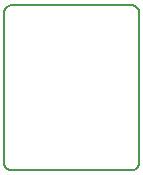
<source format=gko>
%FSLAX24Y24*%
%MOIN*%
%SFA1B1*%

%IPPOS*%
%ADD27C,0.005000*%
%LNpcb1-1*%
%LPD*%
G54D27*
X10000Y10250D02*
D01*
X10000Y10232*
X10002Y10215*
X10005Y10198*
X10009Y10181*
X10015Y10164*
X10021Y10148*
X10029Y10132*
X10037Y10117*
X10047Y10103*
X10058Y10089*
X10070Y10076*
X10082Y10064*
X10096Y10052*
X10110Y10042*
X10125Y10033*
X10140Y10025*
X10156Y10018*
X10172Y10012*
X10189Y10007*
X10206Y10003*
X10223Y10001*
X10241Y10000*
X10250Y10000*
X14250D02*
D01*
X14267Y10000*
X14284Y10002*
X14301Y10005*
X14318Y10009*
X14335Y10015*
X14351Y10021*
X14367Y10029*
X14382Y10037*
X14396Y10047*
X14410Y10058*
X14423Y10070*
X14435Y10082*
X14447Y10096*
X14457Y10110*
X14466Y10125*
X14474Y10140*
X14481Y10156*
X14487Y10172*
X14492Y10189*
X14496Y10206*
X14498Y10223*
X14499Y10241*
X14500Y10250*
Y15250D02*
D01*
X14499Y15267*
X14497Y15284*
X14494Y15301*
X14490Y15318*
X14484Y15335*
X14478Y15351*
X14470Y15367*
X14462Y15382*
X14452Y15396*
X14441Y15410*
X14429Y15423*
X14417Y15435*
X14403Y15447*
X14389Y15457*
X14375Y15466*
X14359Y15474*
X14343Y15481*
X14327Y15487*
X14310Y15492*
X14293Y15496*
X14276Y15498*
X14258Y15499*
X14250Y15500*
X10250D02*
D01*
X10232Y15499*
X10215Y15497*
X10198Y15494*
X10181Y15490*
X10164Y15484*
X10148Y15478*
X10132Y15470*
X10117Y15462*
X10103Y15452*
X10089Y15441*
X10076Y15429*
X10064Y15417*
X10052Y15403*
X10042Y15389*
X10033Y15375*
X10025Y15359*
X10018Y15343*
X10012Y15327*
X10007Y15310*
X10003Y15293*
X10001Y15276*
X10000Y15258*
X10000Y15250*
Y10250D02*
Y15250D01*
X10250Y10000D02*
X14250D01*
X14500Y10250D02*
Y15250D01*
X10250Y15500D02*
X14250D01*
M02*
</source>
